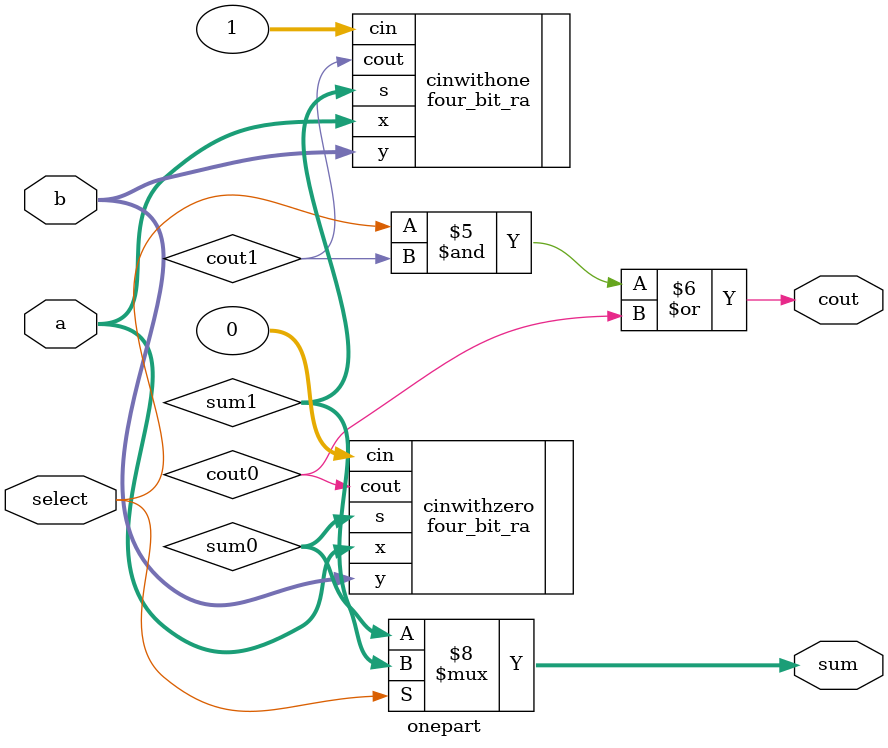
<source format=sv>
module carry_select_adder
(
    input   logic[15:0]     A,
    input   logic[15:0]     B,
    output  logic[15:0]     Sum,
    output  logic           CO
);

    /* TODO
     *
     * Insert code here to implement a carry select.
     * Your code should be completly combinational (don't use always_ff or always_latch).
     * Feel free to create sub-modules or other files. */
logic c0,c1,c2;

four_bit_ra one(.x(A[3:0]), .y(B[3:0]), .cin(0), .s(Sum[3:0]), .cout(c0));

onepart first (.a(A[7:4]), .b(B[7:4]), .select(c0), .sum(Sum[7:4]), .cout(c1));
onepart second(.a(A[11:8]), .b(B[11:8]), .select(c1), .sum(Sum[11:8]), .cout(c2));
onepart third (.a(A[15:12]), .b(B[15:12]), .select(c2), .sum(Sum[15:12]), .cout(CO));    
	  
endmodule


module onepart(input logic [3:0]a, input logic [3:0]b, input logic select, output logic [3:0] sum, output logic cout);

logic [3:0] sum1,sum0;
logic cout0,cout1;
four_bit_ra cinwithzero(.x(a[3:0]), .y(b[3:0]), .cin(0), .s(sum0[3:0]), .cout(cout0));
four_bit_ra cinwithone (.x(a[3:0]), .y(b[3:0]), .cin(1), .s(sum1[3:0]), .cout(cout1));

always_comb
if (select==0)
	sum=sum0;
else
	sum=sum1;

assign cout= (select & cout1) | cout0;

endmodule 
</source>
